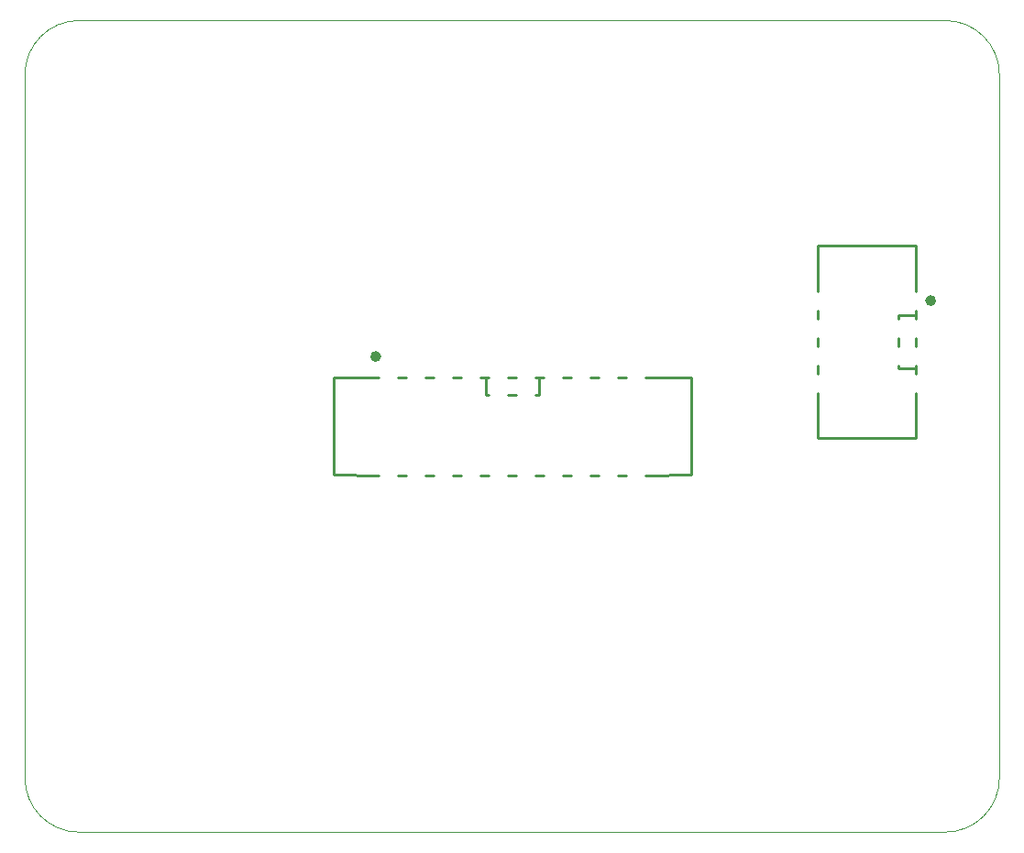
<source format=gbo>
G04*
G04 #@! TF.GenerationSoftware,Altium Limited,Altium Designer,21.1.1 (26)*
G04*
G04 Layer_Color=32896*
%FSAX44Y44*%
%MOMM*%
G71*
G04*
G04 #@! TF.SameCoordinates,61528D9D-F366-43B7-8DC3-677D280EAED6*
G04*
G04*
G04 #@! TF.FilePolarity,Positive*
G04*
G01*
G75*
%ADD10C,0.5000*%
%ADD12C,0.2500*%
%ADD14C,0.1000*%
D10*
X00839000Y00491200D02*
G03*
X00839000Y00491200I-00002500J00000000D01*
G01*
X00326500Y00439500D02*
G03*
X00326500Y00439500I-00002500J00000000D01*
G01*
D12*
X00732500Y00364000D02*
X00822500D01*
X00806500Y00477400D02*
X00822500D01*
X00732500Y00541800D02*
X00822500D01*
X00822450Y00449200D02*
Y00456600D01*
Y00423800D02*
Y00431200D01*
Y00474600D02*
Y00482000D01*
Y00449200D02*
Y00456600D01*
Y00423800D02*
Y00431200D01*
Y00474600D02*
Y00482000D01*
Y00405800D02*
X00822500Y00364000D01*
X00822450Y00500000D02*
X00822500Y00541800D01*
X00732450Y00449200D02*
Y00456600D01*
Y00423800D02*
Y00431200D01*
Y00398400D02*
Y00405800D01*
Y00373000D02*
Y00380400D01*
Y00474600D02*
Y00482000D01*
Y00405800D02*
X00732500Y00364000D01*
X00732450Y00500000D02*
X00732500Y00541800D01*
X00806500Y00428400D02*
X00822500D01*
X00806500Y00449200D02*
Y00456600D01*
Y00474400D02*
X00806500Y00477400D01*
X00806500Y00431400D02*
X00806500Y00428400D01*
X00471500Y00404000D02*
X00474500Y00404000D01*
X00425500Y00404000D02*
X00428500D01*
X00446300D02*
X00453700D01*
X00474500Y00404000D02*
Y00420000D01*
X00284900Y00330000D02*
X00326700Y00329950D01*
X00573300Y00329950D02*
X00615100Y00330000D01*
X00547900Y00329950D02*
X00555300Y00329950D01*
X00522500D02*
X00529900D01*
X00344700Y00329950D02*
X00352100Y00329950D01*
X00497100D02*
X00504500D01*
X00471700D02*
X00479100Y00329950D01*
X00446300Y00329950D02*
X00453700D01*
X00420900D02*
X00428300D01*
X00395500D02*
X00402900D01*
X00370100D02*
X00377500D01*
X00284900Y00420000D02*
X00326700Y00419950D01*
X00573300D02*
X00615100Y00420000D01*
X00547900Y00419950D02*
X00555300D01*
X00522500D02*
X00529900D01*
X00344700D02*
X00352100D01*
X00497100D02*
X00504500D01*
X00471700D02*
X00479100D01*
X00446300D02*
X00453700D01*
X00420900D02*
X00428300D01*
X00395500D02*
X00402900D01*
X00370100D02*
X00377500D01*
X00284900Y00330000D02*
X00284900Y00420000D01*
X00425500Y00404000D02*
Y00420000D01*
X00615100Y00330000D02*
Y00420000D01*
D14*
X00900000Y00700000D02*
G03*
X00850000Y00750000I-00050000J00000000D01*
G01*
X00050000D02*
G03*
X00000000Y00700000I00000000J-00050000D01*
G01*
X00850000Y00000000D02*
G03*
X00900000Y00050000I00000000J00050000D01*
G01*
X00000000D02*
G03*
X00050000Y00000000I00050000J00000000D01*
G01*
Y00750000D02*
X00850000D01*
X00900000Y00700000D02*
X00900000Y00050000D01*
X-00000000Y00700000D02*
X00000000Y00050000D01*
X00050000Y00000000D02*
X00850000D01*
M02*

</source>
